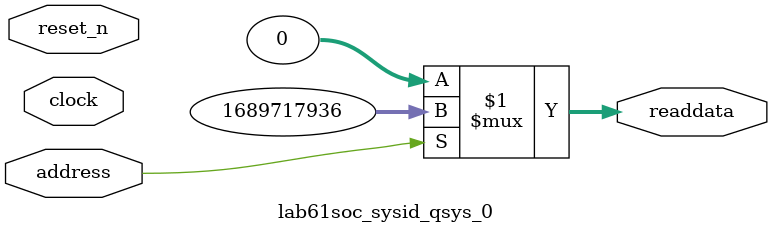
<source format=v>



// synthesis translate_off
`timescale 1ns / 1ps
// synthesis translate_on

// turn off superfluous verilog processor warnings 
// altera message_level Level1 
// altera message_off 10034 10035 10036 10037 10230 10240 10030 

module lab61soc_sysid_qsys_0 (
               // inputs:
                address,
                clock,
                reset_n,

               // outputs:
                readdata
             )
;

  output  [ 31: 0] readdata;
  input            address;
  input            clock;
  input            reset_n;

  wire    [ 31: 0] readdata;
  //control_slave, which is an e_avalon_slave
  assign readdata = address ? 1689717936 : 0;

endmodule



</source>
